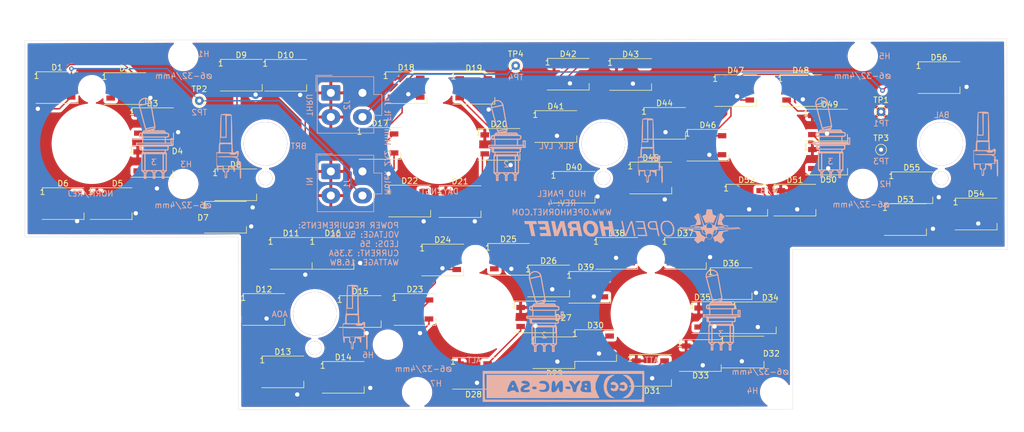
<source format=kicad_pcb>
(kicad_pcb (version 20221018) (generator pcbnew)
  (title_block (title "HUD PANEL") (date "2023-04-14") (rev "4") (company "www.openhornet.com") (comment 1 "CC-BY-NC-SA") (comment 2 "Backlighting - Type A"))
  (layers (0 "F.Cu" signal) (31 "B.Cu" signal) (34 "B.Paste" user) (35 "F.Paste" user) (36 "B.SilkS" user "B.Silkscreen") (37 "F.SilkS" user "F.Silkscreen") (38 "B.Mask" user) (39 "F.Mask" user) (44 "Edge.Cuts" user))
  (net 0 "")
  (net 1 "Net-(D1-DOUT)")
  (net 2 "Net-(D2-DOUT)")
  (net 3 "Net-(D3-DOUT)")
  (net 4 "Net-(D4-DOUT)")
  (net 5 "Net-(D5-DOUT)")
  (net 6 "Net-(D6-DOUT)")
  (net 7 "Net-(D7-DOUT)")
  (net 8 "Net-(D8-DOUT)")
  (net 9 "Net-(D10-DOUT)")
  (net 10 "Net-(D11-DOUT)")
  (net 11 "Net-(D12-DOUT)")
  (net 12 "Net-(D13-DOUT)")
  (net 13 "Net-(D14-DOUT)")
  (net 14 "Net-(D15-DOUT)")
  (net 15 "Net-(D16-DOUT)")
  (net 16 "Net-(D17-DOUT)")
  (net 17 "Net-(D19-DOUT)")
  (net 18 "Net-(D20-DOUT)")
  (net 19 "Net-(D21-DOUT)")
  (net 20 "Net-(D22-DOUT)")
  (net 21 "Net-(D23-DOUT)")
  (net 22 "Net-(D24-DOUT)")
  (net 23 "Net-(D25-DOUT)")
  (net 24 "Net-(D26-DOUT)")
  (net 25 "Net-(D28-DOUT)")
  (net 26 "Net-(D29-DOUT)")
  (net 27 "Net-(D30-DOUT)")
  (net 28 "Net-(D31-DOUT)")
  (net 29 "Net-(D32-DOUT)")
  (net 30 "Net-(D33-DOUT)")
  (net 31 "Net-(D34-DOUT)")
  (net 32 "Net-(D35-DOUT)")
  (net 33 "Net-(D37-DOUT)")
  (net 34 "Net-(D38-DOUT)")
  (net 35 "Net-(D39-DOUT)")
  (net 36 "Net-(D40-DOUT)")
  (net 37 "Net-(D41-DOUT)")
  (net 38 "Net-(D42-DOUT)")
  (net 39 "Net-(D43-DOUT)")
  (net 40 "Net-(D44-DOUT)")
  (net 41 "Net-(D46-DOUT)")
  (net 42 "Net-(D47-DOUT)")
  (net 43 "Net-(D48-DOUT)")
  (net 44 "Net-(D49-DOUT)")
  (net 45 "Net-(D50-DOUT)")
  (net 46 "Net-(D51-DOUT)")
  (net 47 "Net-(D52-DOUT)")
  (net 48 "Net-(D53-DOUT)")
  (net 49 "Net-(D55-DOUT)")
  (net 50 "+5V")
  (net 51 "GND")
  (net 52 "DATA IN")
  (net 53 "DATA OUT")
  (net 54 "/DATA1")
  (net 55 "/DATA2")
  (net 56 "/DATA3")
  (net 57 "/DATA4")
  (net 58 "/DATA5")
  (net 59 "/DATA6")
  (footprint "OH_Footprints:LED_WS2812B_PLCC4_5.0x5.0mm_P3.2mm" (layer "F.Cu") (at 73.3044 46.736)
    (fp_text reference "D1")
    (fp_text value "RGB")
  )
  (footprint "OH_Footprints:LED_WS2812B_PLCC4_5.0x5.0mm_P3.2mm" (layer "F.Cu") (at 85.09 46.9)
    (fp_text reference "D2")
    (fp_text value "RGB")
  )
  (footprint "OH_Footprints:LED_WS2812B_PLCC4_5.0x5.0mm_P3.2mm" (layer "F.Cu") (at 89.9 53)
    (fp_text reference "D3")
    (fp_text value "RGB")
  )
  (footprint "OH_Footprints:LED_WS2812B_PLCC4_5.0x5.0mm_P3.2mm" (layer "F.Cu") (at 89.789 59.563)
    (fp_text reference "D4")
    (fp_text value "RGB")
  )
  (footprint "OH_Footprints:LED_WS2812B_PLCC4_5.0x5.0mm_P3.2mm" (layer "F.Cu") (at 82.7 66.9)
    (fp_text reference "D5")
    (fp_text value "RGB")
  )
  (footprint "OH_Footprints:LED_WS2812B_PLCC4_5.0x5.0mm_P3.2mm" (layer "F.Cu") (at 74.35 66.9)
    (fp_text reference "D6")
    (fp_text value "RGB")
  )
  (footprint "OH_Footprints:LED_WS2812B_PLCC4_5.0x5.0mm_P3.2mm" (layer "F.Cu") (at 102.579 69.266)
    (fp_text reference "D7")
    (fp_text value "RGB")
  )
  (footprint "OH_Footprints:LED_WS2812B_PLCC4_5.0x5.0mm_P3.2mm" (layer "F.Cu") (at 105.32 44.5768)
    (fp_text reference "D9")
    (fp_text value "RGB")
  )
  (footprint "OH_Footprints:LED_WS2812B_PLCC4_5.0x5.0mm_P3.2mm" (layer "F.Cu") (at 113.05 44.6)
    (fp_text reference "D10")
    (fp_text value "RGB")
  )
  (footprint "OH_Footprints:LED_WS2812B_PLCC4_5.0x5.0mm_P3.2mm" (layer "F.Cu") (at 114 75.55)
    (fp_text reference "D11")
    (fp_text value "RGB")
  )
  (footprint "OH_Footprints:LED_WS2812B_PLCC4_5.0x5.0mm_P3.2mm" (layer "F.Cu") (at 109.25 85.3)
    (fp_text reference "D12")
    (fp_text value "RGB")
  )
  (footprint "OH_Footprints:LED_WS2812B_PLCC4_5.0x5.0mm_P3.2mm" (layer "F.Cu") (at 112.55 96.15)
    (fp_text reference "D13")
    (fp_text value "RGB")
  )
  (footprint "OH_Footprints:LED_WS2812B_PLCC4_5.0x5.0mm_P3.2mm" (layer "F.Cu") (at 123.05 97.1)
    (fp_text reference "D14")
    (fp_text value "RGB")
  )
  (footprint "OH_Footprints:LED_WS2812B_PLCC4_5.0x5.0mm_P3.2mm" (layer "F.Cu") (at 126 85.65)
    (fp_text reference "D15")
    (fp_text value "RGB")
  )
  (footprint "OH_Footprints:LED_WS2812B_PLCC4_5.0x5.0mm_P3.2mm" (layer "F.Cu") (at 121.25 75.55)
    (fp_text reference "D16")
    (fp_text value "RGB")
  )
  (footprint "OH_Footprints:LED_WS2812B_PLCC4_5.0x5.0mm_P3.2mm" (layer "F.Cu") (at 129.438 56.4388)
    (fp_text reference "D17")
    (fp_text value "RGB")
  )
  (footprint "OH_Footprints:LED_WS2812B_PLCC4_5.0x5.0mm_P3.2mm" (layer "F.Cu") (at 133.985 46.75)
    (fp_text reference "D18")
    (fp_text value "RGB")
  )
  (footprint "OH_Footprints:LED_WS2812B_PLCC4_5.0x5.0mm_P3.2mm" (layer "F.Cu") (at 145.75 46.85)
    (fp_text reference "D19")
    (fp_text value "RGB")
  )
  (footprint "OH_Footprints:LED_WS2812B_PLCC4_5.0x5.0mm_P3.2mm" (layer "F.Cu") (at 150.114 56.6)
    (fp_text reference "D20")
    (fp_text value "RGB")
  )
  (footprint "OH_Footprints:LED_WS2812B_PLCC4_5.0x5.0mm_P3.2mm" (layer "F.Cu") (at 143.35 66.55)
    (fp_text reference "D21")
    (fp_text value "RGB")
  )
  (footprint "OH_Footprints:LED_WS2812B_PLCC4_5.0x5.0mm_P3.2mm" (layer "F.Cu") (at 134.6 66.45)
    (fp_text reference "D22")
    (fp_text value "RGB")
  )
  (footprint "OH_Footprints:LED_WS2812B_PLCC4_5.0x5.0mm_P3.2mm" (layer "F.Cu") (at 140.335 76.7)
    (fp_text reference "D24")
    (fp_text value "RGB")
  )
  (footprint "OH_Footprints:LED_WS2812B_PLCC4_5.0x5.0mm_P3.2mm" (layer "F.Cu") (at 151.765 76.581)
    (fp_text reference "D25")
    (fp_text value "RGB")
  )
  (footprint "OH_Footprints:LED_WS2812B_PLCC4_5.0x5.0mm_P3.2mm" (layer "F.Cu") (at 158.75 80.35)
    (fp_text reference "D26")
    (fp_text value "RGB")
  )
  (footprint "OH_Footprints:LED_WS2812B_PLCC4_5.0x5.0mm_P3.2mm" (layer "F.Cu") (at 156.337 86.6)
    (fp_text reference "D27")
    (fp_text value "RGB")
  )
  (footprint "OH_Footprints:LED_WS2812B_PLCC4_5.0x5.0mm_P3.2mm" (layer "F.Cu") (at 145.7 96.4)
    (fp_text reference "D28")
    (fp_text value "RGB")
  )
  (footprint "OH_Footprints:LED_WS2812B_PLCC4_5.0x5.0mm_P3.2mm" (layer "F.Cu") (at 135.509 85.3)
    (fp_text reference "D23")
    (fp_text value "RGB")
  )
  (footprint "OH_Footprints:LED_WS2812B_PLCC4_5.0x5.0mm_P3.2mm" (layer "F.Cu") (at 159.651 92.8114)
    (fp_text reference "D29")
    (fp_text value "RGB")
  )
  (footprint "OH_Footprints:LED_WS2812B_PLCC4_5.0x5.0mm_P3.2mm" (layer "F.Cu") (at 166.9 91.567)
    (fp_text reference "D30")
    (fp_text value "RGB")
  )
  (footprint "OH_Footprints:LED_WS2812B_PLCC4_5.0x5.0mm_P3.2mm" (layer "F.Cu") (at 176.45 95.885)
    (fp_text reference "D31")
    (fp_text value "RGB")
  )
  (footprint "OH_Footprints:LED_WS2812B_PLCC4_5.0x5.0mm_P3.2mm" (layer "F.Cu") (at 185.1 93.3)
    (fp_text reference "D33")
    (fp_text value "RGB")
  )
  (footprint "OH_Footprints:LED_WS2812B_PLCC4_5.0x5.0mm_P3.2mm" (layer "F.Cu") (at 192.532 92.7)
    (fp_text reference "D32")
    (fp_text value "RGB")
  )
  (footprint "OH_Footprints:LED_WS2812B_PLCC4_5.0x5.0mm_P3.2mm" (layer "F.Cu") (at 187.288 86.7)
    (fp_text reference "D35")
    (fp_text value "RGB")
  )
  (footprint "OH_Footprints:LED_WS2812B_PLCC4_5.0x5.0mm_P3.2mm" (layer "F.Cu") (at 194.654 86.742)
    (fp_text reference "D34")
    (fp_text value "RGB")
  )
  (footprint "OH_Footprints:LED_WS2812B_PLCC4_5.0x5.0mm_P3.2mm" (layer "F.Cu") (at 190.45 80.8)
    (fp_text reference "D36")
    (fp_text value "RGB")
  )
  (footprint "OH_Footprints:LED_WS2812B_PLCC4_5.0x5.0mm_P3.2mm" (layer "F.Cu") (at 182.499 75.55)
    (fp_text reference "D37")
    (fp_text value "RGB")
  )
  (footprint "OH_Footprints:LED_WS2812B_PLCC4_5.0x5.0mm_P3.2mm" (layer "F.Cu") (at 170.561 75.55)
    (fp_text reference "D38")
    (fp_text value "RGB")
  )
  (footprint "OH_Footprints:LED_WS2812B_PLCC4_5.0x5.0mm_P3.2mm" (layer "F.Cu") (at 165.9 81.45)
    (fp_text reference "D39")
    (fp_text value "RGB")
  )
  (footprint "OH_Footprints:LED_WS2812B_PLCC4_5.0x5.0mm_P3.2mm" (layer "F.Cu") (at 163.158 64.059)
    (fp_text reference "D40")
    (fp_text value "RGB")
  )
  (footprint "OH_Footprints:LED_WS2812B_PLCC4_5.0x5.0mm_P3.2mm" (layer "F.Cu") (at 160 53.5)
    (fp_text reference "D41")
    (fp_text value "RGB")
  )
  (footprint "OH_Footprints:LED_WS2812B_PLCC4_5.0x5.0mm_P3.2mm" (layer "F.Cu") (at 162.15 44.4)
    (fp_text reference "D42")
    (fp_text value "RGB")
  )
  (footprint "OH_Footprints:LED_WS2812B_PLCC4_5.0x5.0mm_P3.2mm" (layer "F.Cu") (at 173 44.45)
    (fp_text reference "D43")
    (fp_text value "RGB")
  )
  (footprint "OH_Footprints:LED_WS2812B_PLCC4_5.0x5.0mm_P3.2mm" (layer "F.Cu") (at 178.9 52.95)
    (fp_text reference "D44")
    (fp_text value "RGB")
  )
  (footprint "OH_Footprints:LED_WS2812B_PLCC4_5.0x5.0mm_P3.2mm" (layer "F.Cu") (at 176.5 62.45)
    (fp_text reference "D45")
    (fp_text value "RGB")
  )
  (footprint "OH_Footprints:LED_WS2812B_PLCC4_5.0x5.0mm_P3.2mm" (layer "F.Cu") (at 186.436 56.75)
    (fp_text reference "D46")
    (fp_text value "RGB")
  )
  (footprint "OH_Footprints:LED_WS2812B_PLCC4_5.0x5.0mm_P3.2mm" (layer "F.Cu") (at 191.262 47.244)
    (fp_text reference "D47")
    (fp_text value "RGB")
  )
  (footprint "OH_Footprints:LED_WS2812B_PLCC4_5.0x5.0mm_P3.2mm" (layer "F.Cu") (at 202.565 47.244)
    (fp_text reference "D48")
    (fp_text value "RGB")
  )
  (footprint "OH_Footprints:LED_WS2812B_PLCC4_5.0x5.0mm_P3.2mm" (layer "F.Cu") (at 207.05 53.25)
    (fp_text reference "D49")
    (fp_text value "RGB")
  )
  (footprint "OH_Footprints:LED_WS2812B_PLCC4_5.0x5.0mm_P3.2mm" (layer "F.Cu") (at 207.05 59.15)
    (fp_text reference "D50")
    (fp_text value "RGB")
  )
  (footprint "OH_Footprints:LED_WS2812B_PLCC4_5.0x5.0mm_P3.2mm" (layer "F.Cu") (at 201.549 66.294)
    (fp_text reference "D51")
    (fp_text value "RGB")
  )
  (footprint "OH_Footprints:LED_WS2812B_PLCC4_5.0x5.0mm_P3.2mm" (layer "F.Cu") (at 193.167 66.294)
    (fp_text reference "D52")
    (fp_text value "RGB")
  )
  (footprint "OH_Footprints:LED_WS2812B_PLCC4_5.0x5.0mm_P3.2mm" (layer "F.Cu") (at 220.763 69.672)
    (fp_text reference "D53")
    (fp_text value "RGB")
  )
  (footprint "OH_Footprints:LED_WS2812B_PLCC4_5.0x5.0mm_P3.2mm" (layer "F.Cu") (at 233.045 68.707)
    (fp_text reference "D54")
    (fp_text value "RGB")
  )
  (footprint "OH_Footprints:LED_WS2812B_PLCC4_5.0x5.0mm_P3.2mm" (layer "F.Cu") (at 221.869 64.135)
    (fp_text reference "D55")
    (fp_text value "RGB")
  )
  (footprint "OH_Footprints:LED_WS2812B_PLCC4_5.0x5.0mm_P3.2mm" (layer "F.Cu") (at 226.6 45)
    (fp_text reference "D56")
    (fp_text value "RGB")
  )
  (footprint "OH_Footprints:LED_WS2812B_PLCC4_5.0x5.0mm_P3.2mm" (layer "F.Cu") (at 104.357 63.627)
    (fp_text reference "D8")
    (fp_text value "RGB")
  )
  (footprint "OH_Footprints:TestPoint_THTPad_D1.5mm_Drill0.7mm" (layer "F.Cu") (at 98.044 49.022)
    (fp_text reference "TP2")
    (fp_text value "TestPoint" hide)
  )
  (footprint "OH_Footprints:100SPX_Toggle_13mm_x_18mm" (layer "F.Cu") (at 79.375 56.4896 180)
    (fp_text reference "H10" hide)
    (fp_text value "12.7mm" hide)
  )
  (footprint "OH_Footprints:TestPoint_THTPad_D1.5mm_Drill0.7mm" (layer "F.Cu") (at 216.535 57.531)
    (fp_text reference "TP3")
    (fp_text value "TestPoint" hide)
  )
  (footprint "OH_Footprints:100SPX_Toggle_13mm_x_18mm" (layer "F.Cu") (at 196.85 56.4896 180)
    (fp_text reference "H9" hide)
    (fp_text value "12.7mm" hide)
  )
  (footprint "OH_Footprints:BR10K_Pot_11mm_x_11mm" (layer "F.Cu") (at 118.11 86.017099)
    (fp_text reference "H14" hide)
    (fp_text value "11mm" hide)
  )
  (footprint "OH_Footprints:BR10K_Pot_11mm_x_11mm" (layer "F.Cu") (at 227.012 56.4896)
    (fp_text reference "H16" hide)
    (fp_text value "11mm" hide)
  )
  (footprint "OH_Footprints:100SPX_Toggle_13mm_x_18mm" (layer "F.Cu") (at 139.7 56.4896 180)
    (fp_text reference "H8" hide)
    (fp_text value "12.7mm" hide)
  )
  (footprint "OH_Footprints:100SPX_Toggle_13mm_x_18mm" (layer "F.Cu") (at 176.53 86.017099 180)
    (fp_text reference "H12" hide)
    (fp_text value "12.7mm" hide)
  )
  (footprint "OH_Footprints:TestPoint_THTPad_D1.5mm_Drill0.7mm" (layer "F.Cu") (at 216.535 50.927)
    (fp_text reference "TP1")
    (fp_text value "TestPoint" hide)
  )
  (footprint "OH_Footprints:BR10K_Pot_11mm_x_11mm" (layer "F.Cu") (at 109.5375 56.4896)
    (fp_text reference "H13" hide)
    (fp_text value "11mm" hide)
  )
  (footprint "OH_Footprints:100SPX_Toggle_13mm_x_18mm" (layer "F.Cu") (at 146.05 86.017099 180)
    (fp_text reference "H11" hide)
    (fp_text value "12.7mm" hide)
  )
  (footprint "OH_Footprints:BR10K_Pot_11mm_x_11mm" (layer "F.Cu") (at 168.275 56.4896)
    (fp_text reference "H15" hide)
    (fp_text value "11mm" hide)
  )
  (footprint "OH_Footprints:TestPoint_THTPad_D1.5mm_Drill0.7mm" (layer "F.Cu") (at 153.035 42.926)
    (fp_text reference "TP4")
    (fp_text value "TestPoint" hide)
  )
  (footprint "OH_Footprints:Molex_Mini-Fit_Jr_5566-04A_2x02_P4.20mm_Vertical" (layer "B.Cu") (at 120.9 47.65 -90)
    (fp_text reference "J2")
    (fp_text value "Molex 2x02 Mini-Fit Jr.")
  )
  (footprint "OH_Footprints:Molex_Mini-Fit_Jr_5566-04A_2x02_P4.20mm_Vertical" (layer "B.Cu") (at 120.9 61.3 -90)
    (fp_text reference "J1")
    (fp_text value "Molex 2x02 Mini-Fit Jr.")
  )
  (footprint "OH_Footprints:100SP3_Toggle_Silkscreen" (layer "B.Cu") (at 188.214 86.741 180)
    (fp_text reference "LOGO11" hide)
    (fp_text value "LOGO" hide)
  )
  (footprint "OH_Footprints:BR10K_Pot_Silkscreen" (layer "B.Cu") (at 234.696 56.515 180)
    (fp_text reference "LOGO8" hide)
    (fp_text value "LOGO" hide)
  )
  (footprint "OH_Footprints:BR10K_Pot_Silkscreen" (layer "B.Cu") (at 176.403 57.658 180)
    (fp_text reference "LOGO6" hide)
    (fp_text value "LOGO" hide)
  )
  (footprint "OH_Footprints:BR10K_Pot_Silkscreen" (layer "B.Cu") (at 125.095 86.614 180)
    (fp_text reference "LOGO9" hide)
    (fp_text value "LOGO" hide)
  )
  (footprint "OH_Footprints:100SP3_Toggle_Silkscreen" (layer "B.Cu") (at 89.662 56.896 180)
    (fp_text reference "LOGO3" hide)
    (fp_text value "LOGO" hide)
  )
  (footprint "OH_Footprints:100SP1_Toggle_Silkscreen" (layer "B.Cu") (at 150.876 57.277 180)
    (fp_text reference "LOGO5" hide)
    (fp_text value "LOGO" hide)
  )
  (footprint "OH_Footprints:100SP3_Toggle_Silkscreen" (layer "B.Cu") (at 207.264 56.769 180)
    (fp_text reference "LOGO7" hide)
    (fp_text value "LOGO" hide)
  )
  (footprint "OH_Footprints:100SP1_Toggle_Silkscreen" (layer "B.Cu") (at 157.48 86.995 180)
    (fp_text reference "LOGO10" hide)
    (fp_text value "LOGO" hide)
  )
  (footprint "OH_Footprints:MountingHole_6-32_PHS" (layer "B.Cu") (at 213.36 41.2496 180)
    (fp_text reference "H5")
    (fp_text value "6x32 / 4mm" hide)
  )
  (footprint "OH_Footprints:MountingHole_6-32_PHS" (layer "B.Cu") (at 135.89 99.6696 180)
    (fp_text reference "H7")
    (fp_text value "6x32 / 4mm" hide)
  )
  (footprint "OH_Footprints:LOGO_CC-BY-NC-SA_Half_Large" (layer "B.Cu") (at 161.417 98.679 180)
    (fp_text reference "LOGO2" hide)
    (fp_text value "LOGO" hide)
  )
  (footprint "OH_Footprints:MountingHole_6-32_PHS" (layer "B.Cu") (at 95.25 63.4746 180)
    (fp_text reference "H3")
    (fp_text value "6x32 / 4mm" hide)
  )
  (footprint "OH_Footprints:MountingHole_6-32_PHS" (layer "B.Cu") (at 198.12 99.6696 180)
    (fp_text reference "H4")
    (fp_text value "6x32 / 4mm" hide)
  )
  (footprint "OH_Footprints:MountingHole_6-32_PHS" (layer "B.Cu") (at 95.25 41.2496 180)
    (fp_text reference "H1")
    (fp_text value "6x32 / 4mm" hide)
  )
  (footprint "OH_Footprints:LOGO_OH_Text_Small" (layer "B.Cu") (at 173.355 70.866 180)
    (fp_text reference "LOGO1" hide)
    (fp_text value "LOGO" hide)
  )
  (footprint "OH_Footprints:BR10K_Pot_Silkscreen" (layer "B.Cu") (at 103.124 56.896 180)
    (fp_text reference "LOGO9" hide)
    (fp_text value "LOGO" hide)
  )
  (footprint "OH_Footprints:MountingHole_6-32_PHS" (layer "B.Cu") (at 213.36 63.4746 180)
    (fp_text reference "H2")
    (fp_text value "6x32 / 4mm" hide)
  )
  (footprint "OH_Footprints:MountingHole_6-32_PHS" (layer "B.Cu") (at 130.81 91.4146 180)
    (fp_text reference "H6")
    (fp_text value "6x32 / 4mm" hide)
  )
  (gr_line (start 238.4044 38.2524) (end 95.1992 38.4556) (stroke (width 0.05)) (layer "Edge.Cuts"))
  (gr_line (start 95.1992 38.4556) (end 67.7164 38.5572) (stroke (width 0.05)) (layer "Edge.Cuts"))
  (gr_line (start 238.506 74.8792) (end 238.4044 38.2524) (stroke (width 0.05)) (layer "Edge.Cuts"))
  (gr_line (start 104.8004 72.6948) (end 104.8512 102.7176) (stroke (width 0.05)) (layer "Edge.Cuts"))
  (gr_line (start 67.7164 38.5572) (end 67.7164 72.6948) (stroke (width 0.05)) (layer "Edge.Cuts"))
  (gr_line (start 67.7164 72.6948) (end 96.6724 72.7456) (stroke (width 0.05)) (layer "Edge.Cuts"))
  (gr_line (start 201.168 102.6668) (end 201.168 74.8792) (stroke (width 0.05)) (layer "Edge.Cuts"))
  (gr_line (start 201.168 74.8792) (end 238.506 74.8792) (stroke (width 0.05)) (layer "Edge.Cuts"))
  (gr_line (start 104.8512 102.7176) (end 201.168 102.6668) (stroke (width 0.05)) (layer "Edge.Cuts"))
  (gr_line (start 96.6724 72.7456) (end 104.8004 72.6948) (stroke (width 0.05)) (layer "Edge.Cuts"))
  (gr_text "POWER REQUIREMENTS:\nVOLTAGE: 5V DC\nLEDS: 56\nCURRENT: 3.36A\nWATTAGE: 16.8W" (at 132.842 73.914) (layer "B.SilkS") (effects (font (size 1 1)) (justify left mirror)))
  (gr_text "IN" (at 117.15 63.05 270) (layer "B.SilkS") (effects (font (size 1 1)) (justify mirror)))
  (gr_text "ALT" (at 145.796 94.107) (layer "B.SilkS") (effects (font (size 1 1)) (justify mirror)))
  (gr_text "NORM/REJ" (at 79.121 65.151) (layer "B.SilkS") (effects (font (size 1 1)) (justify mirror)))
  (gr_text "W/B" (at 197.104 64.643) (layer "B.SilkS") (effects (font (size 1 1)) (justify mirror)))
  (gr_text "ATT" (at 176.657 94.107) (layer "B.SilkS") (effects (font (size 1 1)) (justify mirror)))
  (gr_text "THRU" (at 117.15 49.75 270) (layer "B.SilkS") (effects (font (size 1 1)) (justify mirror)))
  (gr_text "DAY/NGT" (at 139.827 64.77) (layer "B.SilkS") (effects (font (size 1 1)) (justify mirror)))
  (gr_text "BLK LVL" (at 160.147 56.896) (layer "B.SilkS") (effects (font (size 1 1)) (justify mirror)))
  (gr_text "Molex 2X2 Mini-Fit Jr." (at 130.75 56.75 270) (layer "B.SilkS") (effects (font (size 1 1)) (justify mirror)))
  (gr_text "BRT" (at 115.316 56.896) (layer "B.SilkS") (effects (font (size 1 1)) (justify mirror)))
  (gr_text "BAL" (at 227.1014 51.4858) (layer "B.SilkS") (effects (font (size 1 1)) (justify mirror)))
  (gr_text "HUD PANEL\nREV: 4\nWWW.OPENHORNET.COM" (at 161.036 66.802) (layer "B.SilkS") (effects (font (size 1 1)) (justify mirror)))
  (gr_text "AOA" (at 112.014 86.106) (layer "B.SilkS") (effects (font (size 1 1)) (justify mirror)))
  (segment (start 75.518695 42.709) (end 84.999 42.709) (width 0.25) (layer "F.Cu") (net 1))
  (segment (start 84.999 42.709) (end 87.54 45.25) (width 0.25) (layer "F.Cu") (net 1))
  (segment (start 70.8544 47.373295) (end 75.518695 42.709) (width 0.25) (layer "F.Cu") (net 1))
  (segment (start 70.8544 48.386) (end 70.8544 47.373295) (width 0.25) (layer "F.Cu") (net 1))
  (segment (start 92.35 49.678) (end 92.35 51.35) (width 0.25) (layer "F.Cu") (net 2))
  (segment (start 83.751 47.439) (end 90.111 47.439) (width 0.25) (layer "F.Cu") (net 2))
  (segment (start 82.64 48.55) (end 83.751 47.439) (width 0.25) (layer "F.Cu") (net 2))
  (segment (start 90.111 47.439) (end 92.35 49.678) (width 0.25) (layer "F.Cu") (net 2))
  (segment (start 88.976 54.65) (end 92.239 57.913) (width 0.25) (layer "F.Cu") (net 3))
  (segment (start 87.45 54.65) (end 88.976 54.65) (width 0.25) (layer "F.Cu") (net 3))
  (segment (start 87.339 61.213) (end 87.339 63.061) (width 0.25) (layer "F.Cu") (net 4))
  (segment (start 87.339 63.061) (end 85.15 65.25) (width 0.25) (layer "F.Cu") (net 4))
  (segment (start 80.25 68.55) (end 76.95 65.25) (width 0.25) (layer "F.Cu") (net 5))
  (segment (start 104.192 68.453) (end 105.029 67.616) (width 0.25) (layer "F.Cu") (net 6))
  (segment (start 98.178 71.017) (end 100.742 68.453) (width 0.25) (layer "F.Cu") (net 6))
  (segment (start 74.367 71.017) (end 98.178 71.017) (width 0.25) (layer "F.Cu") (net 6))
  (segment (start 100.742 68.453) (end 104.192 68.453) (width 0.25) (layer "F.Cu") (net 6))
  (segment (start 71.9 68.55) (end 74.367 71.017) (width 0.25) (layer "F.Cu") (net 6))
  (segment (start 108.39 68.00928) (end 108.39 64.336) (width 0.25) (layer "F.Cu") (net 7))
  (segment (start 108.39 64.336) (end 106.807 62.753) (width 0.25) (layer "F.Cu") (net 7))
  (segment (start 106.807 62.753) (end 106.807 62.053) (width 0.25) (layer "F.Cu") (net 7))
  (segment (start 100.129 70.916) (end 101.254 69.791) (width 0.25) (layer "F.Cu") (net 7))
  (segment (start 101.254 69.791) (end 106.60828 69.791) (width 0.25) (layer "F.Cu") (net 7))
  (segment (start 106.60828 69.791) (end 108.39 68.00928) (width 0.25) (layer "F.Cu") (net 7))
  (segment (start 104.589 62.671) (end 104.589 45.78272) (width 0.25) (layer "F.Cu") (net 8))
  (segment (start 104.589 45.78272) (end 107.44492 42.9268) (width 0.25) (layer "F.Cu") (net 8))
  (segment (start 101.907 65.353) (end 104.589 62.671) (width 0.25) (layer "F.Cu") (net 8))
  (segment (start 110.6 46.25) (end 116.45 52.1) (width 0.25) (layer "F.Cu") (net 9))
  (segment (start 116.45 52.1) (end 116.45 73.9) (width 0.25) (layer "F.Cu") (net 9))
  (segment (start 111.55 77.2) (end 111.55 83.5) (width 0.25) (layer "F.Cu") (net 10))
  (segment (start 106.8 86.95) (end 107.45 86.95) (width 0.25) (layer "F.Cu") (net 11))
  (segment (start 107.45 86.95) (end 115 94.5) (width 0.25) (layer "F.Cu") (net 11))
  (segment (start 111.675 96.225) (end 124.725 96.225) (width 0.25) (layer "F.Cu") (net 12))
  (segment (start 124.725 96.225) (end 125.5 95.45) (width 0.25) (layer "F.Cu") (net 12))
  (segment (start 110.1 97.8) (end 111.675 96.225) (width 0.25) (layer "F.Cu") (net 12))
  (segment (start 120.6 98.75) (end 121.375 97.975) (width 0.25) (layer "F.Cu") (net 13))
  (segment (start 121.375 97.975) (end 124.91 97.975) (width 0.25) (layer "F.Cu") (net 13))
  (segment (start 126.68172 96.20328) (end 126.68172 90.483) (width 0.25) (layer "F.Cu") (net 13))
  (segment (start 125.984 89.78528) (end 125.984 86.466) (width 0.25) (layer "F.Cu") (net 13))
  (segment (start 124.91 97.975) (end 126.68172 96.20328) (width 0.25) (layer "F.Cu") (net 13))
  (segment (start 125.984 86.466) (end 128.45 84) (width 0.25) (layer "F.Cu") (net 13))
  (segment (start 126.68172 90.483) (end 125.984 89.78528) (width 0.25) (layer "F.Cu") (net 13))
  (segment (start 123.55 87.3) (end 124.625 86.225) (width 0.25) (layer "F.Cu") (net 14))
  (segment (start 124.625 86.225) (end 124.625 79.975) (width 0.25) (layer "F.Cu") (net 14))
  (segment (start 122.555 77.905) (end 122.555 75.045) (width 0.25) (layer "F.Cu") (net 14))
  (segment (start 122.555 75.045) (end 123.7 73.9) (width 0.25) (layer "F.Cu") (net 14))
  (segment (start 124.625 79.975) (end 122.555 77.905) (width 0.25) (layer "F.Cu") (net 14))
  (segment (start 118.8 76.416) (end 129.227 65.989) (width 0.25) (layer "F.Cu") (net 15))
  (segment (start 129.227 65.989) (end 129.227 57.4498) (width 0.25) (layer "F.Cu") (net 15))
  (segment (start 118.8 77.2) (end 118.8 76.416) (width 0.25) (layer "F.Cu") (net 15))
  (segment (start 129.227 57.4498) (end 131.888 54.7888) (width 0.25) (layer "F.Cu") (net 15))
  (segment (start 135.494 45.1) (end 136.435 45.1) (width 0.25) (layer "F.Cu") (net 16))
  (segment (start 126.988 57.3888) (end 133.291 51.0858) (width 0.25) (layer "F.Cu") (net 16))
  (segment (start 133.291 51.0858) (end 133.291 47.303) (width 0.25) (layer "F.Cu") (net 16))
  (segment (start 126.988 58.0888) (end 126.988 57.3888) (width 0.25) (layer "F.Cu") (net 16))
  (segment (start 133.291 47.303) (end 135.494 45.1) (width 0.25) (layer "F.Cu") (net 16))
  (segment (start 149.75 54.95) (end 152.564 54.95) (width 0.25) (layer "F.Cu") (net 17))
  (segment (start 143.3 48.5) (end 149.75 54.95) (width 0.25) (layer "F.Cu") (net 17))
  (segment (start 147.25 58.664) (end 147.25 63.45) (width 0.25) (layer "F.Cu") (net 18))
  (segment (start 147.25 63.45) (end 145.8 64.9) (width 0.25) (layer "F.Cu") (net 18))
  (segment (start 147.664 58.25) (end 147.25 58.664) (width 0.25) (layer "F.Cu") (net 18))
  (segment (start 140.45 68.2) (end 137.05 64.8) (width 0.25) (layer "F.Cu") (net 19))
  (segment (start 134.134 87.725) (end 131.984 87.725) (width 0.25) (layer "F.Cu") (net 20))
  (segment (start 137.959 83.9) (end 134.134 87.725) (width 0.25) (layer "F.Cu") (net 20))
  (segment (start 131.953 87.694) (end 131.953 68.297) (width 0.25) (layer "F.Cu") (net 20))
  (segment (start 131.984 87.725) (end 131.953 87.694) (width 0.25) (layer "F.Cu") (net 20))
  (segment (start 141.86972 75.05) (end 142.785 75.05) (width 0.25) (layer "F.Cu") (net 21))
  (segment (start 133.059 86.7) (end 139.065 80.694) (width 0.25) (layer "F.Cu") (net 21))
  (segment (start 139.065 77.85472) (end 141.86972 75.05) (width 0.25) (layer "F.Cu") (net 21))
  (segment (start 139.065 80.694) (end 139.065 77.85472) (width 0.25) (layer "F.Cu") (net 21))
  (segment (start 137.885 78.35) (end 137.885 77.65) (width 0.25) (layer "F.Cu") (net 22))
  (segment (start 153.215099 73.931099) (end 154.215 74.931) (width 0.25) (layer "F.Cu") (net 22))
  (segment (start 141.603901 73.931099) (end 153.215099 73.931099) (width 0.25) (layer "F.Cu") (net 22))
  (segment (start 137.885 77.65) (end 141.603901 73.931099) (width 0.25) (layer "F.Cu") (net 22))
  (segment (start 149.315 78.231) (end 150.389 77.157) (width 0.25) (layer "F.Cu") (net 23))
  (segment (start 159.657 77.157) (end 161.2 78.7) (width 0.25) (layer "F.Cu") (net 23))
  (segment (start 150.389 77.157) (end 159.657 77.157) (width 0.25) (layer "F.Cu") (net 23))
  (segment (start 156.3 82.463) (end 158.787 84.95) (width 0.25) (layer "F.Cu") (net 24))
  (segment (start 156.3 82) (end 156.3 82.463) (width 0.25) (layer "F.Cu") (net 24))
  (segment (start 152.8434 96.969) (end 157.876 91.9364) (width 0.25) (layer "F.Cu") (net 25))
  (segment (start 161.326 91.9364) (end 162.101 91.1614) (width 0.25) (layer "F.Cu") (net 25))
  (segment (start 143.25 98.05) (end 144.331 96.969) (width 0.25) (layer "F.Cu") (net 25))
  (segment (start 157.876 91.9364) (end 161.326 91.9364) (width 0.25) (layer "F.Cu") (net 25))
  (segment (start 144.331 96.969) (end 152.8434 96.969) (width 0.25) (layer "F.Cu") (net 25))
  (segment (start 166.5666 92.3864) (end 169.036 89.917) (width 0.25) (layer "F.Cu") (net 26))
  (segment (start 159.276 92.3864) (end 166.5666 92.3864) (width 0.25) (layer "F.Cu") (net 26))
  (segment (start 157.201 94.4614) (end 159.276 92.3864) (width 0.25) (layer "F.Cu") (net 26))
  (segment (start 177.65 95.25) (end 178.9 94) (width 0.25) (layer "F.Cu") (net 27))
  (segment (start 164.45 93.217) (end 166.483 95.25) (width 0.25) (layer "F.Cu") (net 27))
  (segment (start 166.483 95.25) (end 177.65 95.25) (width 0.25) (layer "F.Cu") (net 27))
  (segment (start 196.088 95.094) (end 196.088 92.156) (width 0.25) (layer "F.Cu") (net 28))
  (segment (start 196.088 92.156) (end 194.982 91.05) (width 0.25) (layer "F.Cu") (net 28))
  (segment (start 195.043 96.139) (end 196.088 95.094) (width 0.25) (layer "F.Cu") (net 28))
  (segment (start 175.161 96.139) (end 195.043 96.139) (width 0.25) (layer "F.Cu") (net 28))
  (segment (start 174 97.3) (end 175.161 96.139) (width 0.25) (layer "F.Cu") (net 28))
  (segment (start 190.082 94.182) (end 187.55 91.65) (width 0.25) (layer "F.Cu") (net 29))
  (segment (start 190.082 94.35) (end 190.082 94.182) (width 0.25) (layer "F.Cu") (net 29))
  (segment (start 194.039 88.663) (end 194.039 87.861) (width 0.25) (layer "F.Cu") (net 30))
  (segment (start 194.039 87.861) (end 196.8 85.1) (width 0.25) (layer "F.Cu") (net 30))
  (segment (start 182.65 94.95) (end 182.65 94.7) (width 0.25) (layer "F.Cu") (net 30))
  (segment (start 188.069 89.281) (end 193.421 89.281) (width 0.25) (layer "F.Cu") (net 30))
  (segment (start 182.65 94.7) (end 188.069 89.281) (width 0.25) (layer "F.Cu") (net 30))
  (segment (start 193.421 89.281) (end 194.039 88.663) (width 0.25) (layer "F.Cu") (net 30))
  (segment (start 191.9 88.4) (end 191.9 87.4) (width 0.25) (layer "F.Cu") (net 31))
  (segment (start 191.9 87.4) (end 189.55 85.05) (width 0.25) (layer "F.Cu") (net 31))
  (segment (start 185.81 87.19) (end 187.257 87.19) (width 0.25) (layer "F.Cu") (net 32))
  (segment (start 188.475 85.972) (end 188.475 84.275) (width 0.25) (layer "F.Cu") (net 32))
  (segment (start 187.257 87.19) (end 188.475 85.972) (width 0.25) (layer "F.Cu") (net 32))
  (segment (start 184.65 88.35) (end 185.81 87.19) (width 0.25) (layer "F.Cu") (net 32))
  (segment (start 192.9 79.85) (end 192.9 79.15) (width 0.25) (layer "F.Cu") (net 32))
  (segment (start 188.475 84.275) (end 192.9 79.85) (width 0.25) (layer "F.Cu") (net 32))
  (segment (start 181.124 76.125) (end 181.124 73.301) (width 0.25) (layer "F.Cu") (net 33))
  (segment (start 181.124 73.301) (end 180.848 73.025) (width 0.25) (layer "F.Cu") (net 33))
  (segment (start 180.848 73.025) (end 173.886 73.025) (width 0.25) (layer "F.Cu") (net 33))
  (segment (start 180.049 77.2) (end 181.124 76.125) (width 0.25) (layer "F.Cu") (net 33))
  (segment (start 173.886 73.025) (end 173.011 73.9) (width 0.25) (layer "F.Cu") (net 33))
  (segment (start 168.111 77.2) (end 168.111 79.561) (width 0.25) (layer "F.Cu") (net 34))
  (segment (start 164.533 63.484) (end 165.608 62.409) (width 0.25) (layer "F.Cu") (net 35))
  (segment (start 164.533 82.017) (end 164.533 63.484) (width 0.25) (layer "F.Cu") (net 35))
  (segment (start 163.45 83.1) (end 164.533 82.017) (width 0.25) (layer "F.Cu") (net 35))
  (segment (start 159.131 64.132) (end 159.131 54.356) (width 0.25) (layer "F.Cu") (net 36))
  (segment (start 159.131 54.356) (end 161.637 51.85) (width 0.25) (layer "F.Cu") (net 36))
  (segment (start 161.637 51.85) (end 162.45 51.85) (width 0.25) (layer "F.Cu") (net 36))
  (segment (start 160.708 65.709) (end 159.131 64.132) (width 0.25) (layer "F.Cu") (net 36))
  (segment (start 161.384 45.55472) (end 164.18872 42.75) (width 0.25) (layer "F.Cu") (net 37))
  (segment (start 157.55 55.15) (end 157.55 54.45) (width 0.25) (layer "F.Cu") (net 37))
  (segment (start 157.55 54.45) (end 161.384 50.616) (width 0.25) (layer "F.Cu") (net 37))
  (segment (start 161.384 50.616) (end 161.384 45.55472) (width 0.25) (layer "F.Cu") (net 37))
  (segment (start 174.625 41.975) (end 175.45 42.8) (width 0.25) (layer "F.Cu") (net 38))
  (segment (start 163.525 41.975) (end 174.625 41.975) (width 0.25) (layer "F.Cu") (net 38))
  (segment (start 159.7 45.8) (end 163.525 41.975) (width 0.25) (layer "F.Cu") (net 38))
  (segment (start 174.234 49.784) (end 179.834 49.784) (width 0.25) (layer "F.Cu") (net 39))
  (segment (start 170.55 46.1) (end 174.234 49.784) (width 0.25) (layer "F.Cu") (net 39))
  (segment (start 179.834 49.784) (end 181.35 51.3) (width 0.25) (layer "F.Cu") (net 39))
  (segment (start 176.45 58.3) (end 178.95 60.8) (width 0.25) (layer "F.Cu") (net 40))
  (segment (start 176.45 54.6) (end 176.45 58.3) (width 0.25) (layer "F.Cu") (net 40))
  (segment (start 190.441 47.811) (end 192.658 45.594) (width 0.25) (layer "F.Cu") (net 41))
  (segment (start 183.986 58.15) (end 190.441 51.695) (width 0.25) (layer "F.Cu") (net 41))
  (segment (start 190.441 51.695) (end 190.441 47.811) (width 0.25) (layer "F.Cu") (net 41))
  (segment (start 192.658 45.594) (end 193.712 45.594) (width 0.25) (layer "F.Cu") (net 41))
  (segment (start 203.8246 44.4036) (end 205.015 45.594) (width 0.25) (layer "F.Cu") (net 42))
  (segment (start 188.812 48.894) (end 188.812 48.194) (width 0.25) (layer "F.Cu") (net 42))
  (segment (start 188.812 48.194) (end 192.6024 44.4036) (width 0.25) (layer "F.Cu") (net 42))
  (segment (start 192.6024 44.4036) (end 203.8246 44.4036) (width 0.25) (layer "F.Cu") (net 42))
  (segment (start 202.021 50.8) (end 208.7 50.8) (width 0.25) (layer "F.Cu") (net 43))
  (segment (start 208.7 50.8) (end 209.5 51.6) (width 0.25) (layer "F.Cu") (net 43))
  (segment (start 200.115 48.894) (end 202.021 50.8) (width 0.25) (layer "F.Cu") (net 43))
  (segment (start 207.2 57.5) (end 209.5 57.5) (width 0.25) (layer "F.Cu") (net 44))
  (segment (start 204.6 54.9) (end 207.2 57.5) (width 0.25) (layer "F.Cu") (net 44))
  (segment (start 204.6 60.8) (end 204.6 64.043) (width 0.25) (layer "F.Cu") (net 45))
  (segment (start 204.6 64.043) (end 203.999 64.644) (width 0.25) (layer "F.Cu") (net 45))
  (segment (start 198.917 67.944) (end 195.617 64.644) (width 0.25) (layer "F.Cu") (net 46))
  (segment (start 191.742 68.969) (end 222.266 68.969) (width 0.25) (layer "F.Cu") (net 47))
  (segment (start 190.717 67.944) (end 191.742 68.969) (width 0.25) (layer "F.Cu") (net 47))
  (segment (start 222.266 68.969) (end 223.213 68.022) (width 0.25) (layer "F.Cu") (net 47))
  (segment (start 230.455 72.347) (end 232.029 70.773) (width 0.25) (layer "F.Cu") (net 48))
  (segment (start 219.338 72.347) (end 230.455 72.347) (width 0.25) (layer "F.Cu") (net 48))
  (segment (start 232.029 70.773) (end 232.029 70.0405) (width 0.25) (layer "F.Cu") (net 48))
  (segment (start 232.029 70.0405) (end 235.0125 67.057) (width 0.25) (layer "F.Cu") (net 48))
  (segment (start 218.313 71.322) (end 219.338 72.347) (width 0.25) (layer "F.Cu") (net 48))
  (segment (start 225.806 46.594) (end 229.05 43.35) (width 0.25) (layer "F.Cu") (net 49))
  (segment (start 225.806 47.244) (end 225.806 46.594) (width 0.25) (layer "F.Cu") (net 49))
  (segment (start 222.616624 62.587376) (end 222.616624 54.668975) (width 0.25) (layer "F.Cu") (net 49))
  (segment (start 222.616624 54.668975) (end 225.225 52.060599) (width 0.25) (layer "F.Cu") (net 49))
  (segment (start 219.419 65.785) (end 222.616624 62.587376) (width 0.25) (layer "F.Cu") (net 49))
  (segment (start 225.225 47.825) (end 225.806 47.244) (width 0.25) (layer "F.Cu") (net 49))
  (segment (start 225.225 52.060599) (end 225.225 47.825) (width 0.25) (layer "F.Cu") (net 49))
  (segment (start 137.959 87.847) (end 136.398 89.408) (width 0.25) (layer "F.Cu") (net 51))
  (segment (start 193.655 67.944) (end 193.605 67.894) (width 0.25) (layer "F.Cu") (net 51))
  (segment (start 186.71 58.4) (end 186.69 58.42) (width 0.25) (layer "F.Cu") (net 51))
  (segment (start 145.8 69.854) (end 145.923 69.977) (width 0.25) (layer "F.Cu") (net 51))
  (segment (start 185.817 77.2) (end 186.817 76.2) (width 0.25) (layer "F.Cu") (net 51))
  (segment (start 115.5 46.25) (end 115.5 47.936) (width 0.25) (layer "F.Cu") (net 51))
  (segment (start 128.45 87.3) (end 128.45 88.085) (width 0.25) (layer "F.Cu") (net 51))
  (segment (start 105.029 70.916) (end 107.011 70.916) (width 0.25) (layer "F.Cu") (net 51))
  (segment (start 196.8 88.4) (end 195.164 88.4) (width 0.25) (layer "F.Cu") (net 51))
  (segment (start 92.239 62.701) (end 90.678 64.262) (width 0.25) (layer "F.Cu") (net 51))
  (segment (start 111.7 86.95) (end 109.81 86.95) (width 0.25) (layer "F.Cu") (net 51))
  (segment (start 123.7 77.2) (end 125.968 77.2) (width 0.25) (layer "F.Cu") (net 51))
  (segment (start 89.499 48.55) (end 89.535 48.514) (width 0.25) (layer "F.Cu") (net 51))
  (segment (start 171.349 77.2) (end 170.476 76.327) (width 0.25) (layer "F.Cu") (net 51))
  (segment (start 152.274 78.231) (end 152.273 78.232) (width 0.25) (layer "F.Cu") (net 51))
  (segment (start 165.608 65.709) (end 167.209 65.709) (width 0.25) (layer "F.Cu") (net 51))
  (segment (start 187.55 94.95) (end 185.593 94.95) (width 0.25) (layer "F.Cu") (net 51))
  (segment (start 146.304 98.044) (end 148.144 98.044) (width 0.25) (layer "F.Cu") (net 51))
  (segment (start 207.3 54.9) (end 207.137 54.737) (width 0.25) (layer "F.Cu") (net 51))
  (segment (start 131.888 60.771) (end 131.888 58.0888) (width 0.25) (layer "F.Cu") (net 51))
  (segment (start 184.949 77.2) (end 185.817 77.2) (width 0.25) (layer "F.Cu") (net 51))
  (segment (start 76.8 69.942) (end 76.8 68.55) (width 0.25) (layer "F.Cu") (net 51))
  (segment (start 173.011 77.2) (end 171.349 77.2) (width 0.25) (layer "F.Cu") (net 51))
  (segment (start 160.239713 55.15) (end 162.45 55.15) (width 0.25) (layer "F.Cu") (net 51))
  (segment (start 203.039 48.894) (end 202.934 48.789) (width 0.25) (layer "F.Cu") (net 51))
  (segment (start 137.959 86.95) (end 137.959 87.847) (width 0.25) (layer "F.Cu") (net 51))
  (segment (start 194.795 82.4) (end 192.95 82.4) (width 0.25) (layer "F.Cu") (net 51))
  (segment (start 128.45 88.085) (end 127.127 89.408) (width 0.25) (layer "F.Cu") (net 51))
  (segment (start 148.2 50.41) (end 148.336 50.546) (width 0.25) (layer "F.Cu") (net 51))
  (segment (start 152.15 58.25) (end 152.15 60.194) (width 0.25) (layer "F.Cu") (net 51))
  (segment (start 178.95 64.1) (end 178.95 66.16) (width 0.25) (layer "F.Cu") (net 51))
  (segment (start 148.2 48.5) (end 148.2 50.41) (width 0.25) (layer "F.Cu") (net 51))
  (segment (start 178.9 97.3) (end 176.802 97.3) (width 0.25) (layer "F.Cu") (net 51))
  (segment (start 164.6 46.05) (end 162.509 46.05) (width 0.25) (layer "F.Cu") (net 51))
  (segment (start 160.3744 94.4614) (end 160.274 94.361) (width 0.25) (layer "F.Cu") (net 51))
  (segment (start 75.7544 48.386) (end 73.7214 50.419) (width 0.25) (layer "F.Cu") (net 51))
  (segment (start 202.008 67.944) (end 201.958 67.894) (width 0.25) (layer "F.Cu") (net 51))
  (segment (start 116.45 79.239) (end 116.459 79.248) (width 0.25) (layer "F.Cu") (net 51))
  (segment (start 226.568 65.786) (end 224.32 65.786) (width 0.25) (layer "F.Cu") (net 51))
  (segment (start 92.35 54.65) (end 94.194 54.65) (width 0.25) (layer "F.Cu") (net 51))
  (segment (start 154.215 78.231) (end 152.274 78.231) (width 0.25) (layer "F.Cu") (net 51))
  (segment (start 134.887 48.4) (end 134.366 47.879) (width 0.25) (layer "F.Cu") (net 51))
  (segment (start 209.5 60.8) (end 207.397 60.8) (width 0.25) (layer "F.Cu") (net 51))
  (segment (start 156.576 88.25) (end 156.464 88.138) (width 0.25) (layer "F.Cu") (net 51))
  (segment (start 86.965 68.55) (end 86.995 68.58) (width 0.25) (layer "F.Cu") (net 51))
  (segment (start 109.81 86.95) (end 109.728 86.868) (width 0.25) (layer "F.Cu") (net 51))
  (segment (start 194.5 94.35) (end 192.389 94.35) (width 0.25) (layer "F.Cu") (net 51))
  (segment (start 137.05 68.1) (end 137.05 69.96) (width 0.25) (layer "F.Cu") (net 51))
  (segment (start 176.802 97.3) (end 176.752 97.25) (width 0.25) (layer "F.Cu") (net 51))
  (segment (start 195.164 88.4) (end 195.114 88.35) (width 0.25) (layer "F.Cu") (net 51))
  (segment (start 159.597 82) (end 159.385 81.788) (width 0.25) (layer "F.Cu") (net 51))
  (segment (start 160.2055 55.115787) (end 160.239713 55.15) (width 0.25) (layer "F.Cu") (net 51))
  (segment (start 116.45 77.2) (end 116.45 79.239) (width 0.25) (layer "F.Cu") (net 51))
  (segment (start 140.300397 78.138897) (end 140.5115 78.35) (width 0.25) (layer "F.Cu") (net 51))
  (segment (start 166.666 83.1) (end 166.616 83.05) (width 0.25) (layer "F.Cu") (net 51))
  (segment (start 145.8 68.2) (end 145.8 69.854) (width 0.25) (layer "F.Cu") (net 51))
  (segment (start 115 97.8) (end 115 100.014) (width 0.25) (layer "F.Cu") (net 51))
  (segment (start 115.5 47.936) (end 115.57 48.006) (width 0.25) (layer "F.Cu") (net 51))
  (segment (start 125.968 77.2) (end 125.984 77.216) (width 0.25) (layer "F.Cu") (net 51))
  (segment (start 106.807 65.353) (end 106.807 67.056) (width 0.25) (layer "F.Cu") (net 51))
  (segment (start 185.593 94.95) (end 185.547 94.996) (width 0.25) (layer "F.Cu") (net 51))
  (segment (start 235.495 70.357) (end 233.427 70.357) (width 0.25) (layer "F.Cu") (net 51))
  (segment (start 107.77 47.8945) (end 107.823 47.9475) (width 0.25) (layer "F.Cu") (net 51))
  (segment (start 94.194 54.65) (end 94.361 54.483) (width 0.25) (layer "F.Cu") (net 51))
  (segment (start 85.15 68.55) (end 86.965 68.55) (width 0.25) (layer "F.Cu") (net 51))
  (segment (start 167.766 93.217) (end 167.513 92.964) (width 0.25) (layer "F.Cu") (net 51))
  (segment (start 179.07 54.483) (end 181.233 54.483) (width 0.25) (layer "F.Cu") (net 51))
  (segment (start 169.35 93.217) (end 167.766 93.217) (width 0.25) (layer "F.Cu") (net 51))
  (segment (start 73.7214 50.419) (end 69.977 50.419) (width 0.25) (layer "F.Cu") (net 51))
  (segment (start 167.209 65.709) (end 167.259 65.659) (width 0.25) (layer "F.Cu") (net 51))
  (segment (start 136.435 48.4) (end 134.887 48.4) (width 0.25) (layer "F.Cu") (net 51))
  (segment (start 207.397 60.8) (end 207.347 60.75) (width 0.25) (layer "F.Cu") (net 51))
  (segment (start 162.509 46.05) (end 162.459 46) (width 0.25) (layer "F.Cu") (net 51))
  (segment (start 173.456 46.1) (end 173.406 46.05) (width 0.25) (layer "F.Cu") (net 51))
  (segment (start 106.807 67.056) (end 107.315 67.564) (width 0.25) (layer "F.Cu") (net 51))
  (segment (start 175.45 46.1) (end 173.456 46.1) (width 0.25) (layer "F.Cu") (net 51))
  (segment (start 137.05 69.96) (end 137.033 69.977) (width 0.25) (layer "F.Cu") (net 51))
  (segment (start 107.011 70.916) (end 107.061 70.866) (width 0.25) (layer "F.Cu") (net 51))
  (segment (start 178.95 66.16) (end 178.943 66.167) (width 0.25) (layer "F.Cu") (net 51))
  (segment (start 229.05 46.65) (end 231.353 46.65) (width 0.25) (layer "F.Cu") (net 51))
  (segment (start 162.101 94.4614) (end 160.3744 94.4614) (width 0.25) (layer "F.Cu") (net 51))
  (segment (start 168.35 83.1) (end 166.666 83.1) (width 0.25) (layer "F.Cu") (net 51))
  (segment (start 92.239 61.213) (end 92.239 62.701) (width 0.25) (layer "F.Cu") (net 51))
  (segment (start 187.664 88.35) (end 187.579 88.265) (width 0.25) (layer "F.Cu") (net 51))
  (segment (start 192.15 48.894) (end 191.516 48.26) (width 0.25) (layer "F.Cu") (net 51))
  (segment (start 127.579 98.75) (end 127.762 98.933) (width 0.25) (layer "F.Cu") (net 51))
  (segment (start 225.502 71.322) (end 225.552 71.272) (width 0.25) (layer "F.Cu") (net 51))
  (segment (start 125.5 98.75) (end 127.579 98.75) (width 0.25) (layer "F.Cu") (net 51))
  (segment (start 107.77 46.2268) (end 107.77 47.8945) (width 0.25) (layer "F.Cu") (net 51))
  (segment (start 223.213 71.322) (end 225.502 71.322) (width 0.25) (layer "F.Cu") (net 51))
  (segment (start 152.15 60.194) (end 152.146 60.198) (width 0.25) (layer "F.Cu") (net 51))
  (segment (start 130.937 61.722) (end 131.888 60.771) (width 0.25) (layer "F.Cu") (net 51))
  (segment (start 192.389 94.35) (end 192.339 94.3) (width 0.25) (layer "F.Cu") (net 51))
  (segment (start 188.886 58.4) (end 186.71 58.4) (width 0.25) (layer "F.Cu") (net 51))
  (segment (start 87.54 48.55) (end 89.499 48.55) (width 0.25) (layer "F.Cu") (net 51))
  (segment (start 189.55 88.35) (end 187.664 88.35) (width 0.25) (layer "F.Cu") (net 51))
  (segment (start 231.353 46.65) (end 231.394 46.609) (width 0.25) (layer "F.Cu") (net 51))
  (segment (start 161.2 82) (end 159.597 82) (width 0.25) (layer "F.Cu") (net 51))
  (segment (start 115 100.014) (end 115.062 100.076) (width 0.25) (layer "F.Cu") (net 51))
  (segment (start 193.712 48.894) (end 192.15 48.894) (width 0.25) (layer "F.Cu") (net 51))
  (segment (start 158.787 88.25) (end 156.576 88.25) (width 0.25) (layer "F.Cu") (net 51))
  (segment (start 209.5 54.9) (end 207.3 54.9) (width 0.25) (layer "F.Cu") (net 51))
  (segment (start 195.617 67.944) (end 193.655 67.944) (width 0.25) (layer "F.Cu") (net 51))
  (segment (start 205.015 48.894) (end 203.039 48.894) (width 0.25) (layer "F.Cu") (net 51))
  (segment (start 203.999 67.944) (end 202.008 67.944) (width 0.25) (layer "F.Cu") (net 51))
  (segment (start 140.5115 78.35) (end 142.785 78.35) (width 0.25) (layer "F.Cu") (net 51))
  (segment (start 233.427 70.357) (end 233.426 70.358) (width 0.25) (layer "F.Cu") (net 51))
  (via (at 130.937 61.722) (size 1.5) (drill 0.75) (layers "F.Cu" "B.Cu") (net 51))
  (via (at 186.69 58.42) (size 1.5) (drill 0.75) (layers "F.Cu" "B.Cu") (net 51))
  (via (at 145.923 69.977) (size 1.5) (drill 0.75) (layers "F.Cu" "B.Cu") (net 51))
  (via (at 152.273 78.232) (size 1.5) (drill 0.75) (layers "F.Cu" "B.Cu") (net 51))
  (via (at 89.535 48.514) (size 1.5) (drill 0.75) (layers "F.Cu" "B.Cu") (net 51))
  (via (at 201.958 67.894) (size 1.5) (drill 0.75) (layers "F.Cu" "B.Cu") (net 51))
  (via (at 107.823 47.9475) (size 1.5) (drill 0.75) (layers "F.Cu" "B.Cu") (net 51))
  (via (at 186.817 76.2) (size 1.5) (drill 0.75) (layers "F.Cu" "B.Cu") (net 51))
  (via (at 148.336 50.546) (size 1.5) (drill 0.75) (layers "F.Cu" "B.Cu") (net 51))
  (via (at 162.459 46) (size 1.5) (drill 0.75) (layers "F.Cu" "B.Cu") (net 51))
  (via (at 179.07 54.483) (size 1.5) (drill 0.75) (layers "F.Cu" "B.Cu") (net 51))
  (via (at 176.752 97.25) (size 1.5) (drill 0.75) (layers "F.Cu" "B.Cu") (net 51))
  (via (at 193.605 67.894) (size 1.5) (drill 0.75) (layers "F.Cu" "B.Cu") (net 51))
  (via (at 76.8 69.942) (size 1.5) (drill 0.75) (layers "F.Cu" "B.Cu") (net 51))
  (via (at 233.426 70.358) (size 1.5) (drill 0.75) (layers "F.Cu" "B.Cu") (net 51))
  (via (at 136.398 89.408) (size 1.5) (drill 0.75) (layers "F.Cu" "B.Cu") (net 51))
  (via (at 231.394 46.609) (size 1.5) (drill 0.75) (layers "F.Cu" "B.Cu") (net 51))
  (via (at 152.146 60.198) (size 1.5) (drill 0.75) (layers "F.Cu" "B.Cu") (net 51))
  (via (at 167.259 65.659) (size 1.5) (drill 0.75) (layers "F.Cu" "B.Cu") (net 51))
  (via (at 166.616 83.05) (size 1.5) (drill 0.75) (layers "F.Cu" "B.Cu") (net 51))
  (via (at 202.934 48.789) (size 1.5) (drill 0.75) (layers "F.Cu" "B.Cu") (net 51))
  (via (at 207.347 60.75) (size 1.5) (drill 0.75) (layers "F.Cu" "B.Cu") (net 51))
  (via (at 127.127 89.408) (size 1.5) (drill 0.75) (layers "F.Cu" "B.Cu") (net 51))
  (via (at 192.339 94.3) (size 1.5) (drill 0.75) (layers "F.Cu" "B.Cu") (net 51))
  (via (at 90.678 64.262) (size 1.5) (drill 0.75) (layers "F.Cu" "B.Cu") (net 51))
  (via (at 125.984 77.216) (size 1.5) (drill 0.75) (layers "F.Cu" "B.Cu") (net 51))
  (via (at 187.579 88.265) (size 1.5) (drill 0.75) (layers "F.Cu" "B.Cu") (net 51))
  (via (at 156.464 88.138) (size 1.5) (drill 0.75) (layers "F.Cu" "B.Cu") (net 51))
  (via (at 178.943 66.167) (size 1.5) (drill 0.75) (layers "F.Cu" "B.Cu") (net 51))
  (via (at 107.061 70.866) (size 1.5) (drill 0.75) (layers "F.Cu" "B.Cu") (net 51))
  (via (at 134.366 47.879) (size 1.5) (drill 0.75) (layers "F.Cu" "B.Cu") (net 51))
  (via (at 167.513 92.964) (size 1.5) (drill 0.75) (layers "F.Cu" "B.Cu") (net 51))
  (via (at 225.552 71.272) (size 1.5) (drill 0.75) (layers "F.Cu" "B.Cu") (net 51))
  (via (at 170.476 76.327) (size 1.5) (drill 0.75) (layers "F.Cu" "B.Cu") (net 51))
  (via (at 160.2055 55.115787) (size 1.5) (drill 0.75) (layers "F.Cu" "B.Cu") (net 51))
  (via (at 207.137 54.737) (size 1.5) (drill 0.75) (layers "F.Cu" "B.Cu") (net 51))
  (via (at 115.062 100.076) (size 1.5) (drill 0.75) (layers "F.Cu" "B.Cu") (net 51))
  (via (at 116.459 79.248) (size 1.5) (drill 0.75) (layers "F.Cu" "B.Cu") (net 51))
  (via (at 146.304 98.044) (size 1.5) (drill 0.75) (layers "F.Cu" "B.Cu") (net 51))
  (via (at 127.762 98.933) (size 1.5) (drill 0.75) (layers "F.Cu" "B.Cu") (net 51))
  (via (at 191.516 48.26) (size 1.5) (drill 0.75) (layers "F.Cu" "B.Cu") (net 51))
  (via (at 107.315 67.564) (size 1.5) (drill 0.75) (layers "F.Cu" "B.Cu") (net 51))
  (via (at 173.406 46.05) (size 1.5) (drill 0.75) (layers "F.Cu" "B.Cu") (net 51))
  (via (at 159.385 81.788) (size 1.5) (drill 0.75) (layers "F.Cu" "B.Cu") (net 51))
  (via (at 86.995 68.58) (size 1.5) (drill 0.75) (layers "F.Cu" "B.Cu") (net 51))
  (via (at 109.728 86.868) (size 1.5) (drill 0.75) (layers "F.Cu" "B.Cu") (net 51))
  (via (at 194.795 82.4) (size 1.5) (drill 0.75) (layers "F.Cu" "B.Cu") (net 51))
  (via (at 185.547 94.996) (size 1.5) (drill 0.75) (layers "F.Cu" "B.Cu") (net 51))
  (via (at 195.114 88.35) (size 1.5) (drill 0.75) (layers "F.Cu" "B.Cu") (net 51))
  (via (at 94.361 54.483) (size 1.5) (drill 0.75) (layers "F.Cu" "B.Cu") (net 51))
  (via (at 137.033 69.977) (size 1.5) (drill 0.75) (layers "F.Cu" "B.Cu") (net 51))
  (via (at 140.300397 78.138897) (size 1.5) (drill 0.75) (layers "F.Cu" "B.Cu") (net 51))
  (via (at 160.274 94.361) (size 1.5) (drill 0.75) (layers "F.Cu" "B.Cu") (net 51))
  (via (at 69.977 50.419) (size 1.5) (drill 0.75) (layers "F.Cu" "B.Cu") (net 51))
  (via (at 115.57 48.006) (size 1.5) (drill 0.75) (layers "F.Cu" "B.Cu") (net 51))
  (via (at 226.568 65.786) (size 1.5) (drill 0.75) (layers "F.Cu" "B.Cu") (net 51))
  (segment (start 75.819 43.434) (end 75.819 45.0214) (width 0.25) (layer "F.Cu") (net 52))
  (via (at 75.819 43.434) (size 0.8) (drill 0.4) (layers "F.Cu" "B.Cu") (net 52))
  (segment (start 124.425 61.511828) (end 111.935172 49.022) (width 0.25) (layer "B.Cu") (net 52))
  (segment (start 124.425 63.525) (end 124.425 61.511828) (width 0.25) (layer "B.Cu") (net 52))
  (segment (start 111.935172 49.022) (end 98.044 49.022) (width 0.25) (layer "B.Cu") (net 52))
  (segment (start 92.456 43.434) (end 75.819 43.434) (width 0.25) (layer "B.Cu") (net 52))
  (segment (start 98.044 49.022) (end 92.456 43.434) (width 0.25) (layer "B.Cu") (net 52))
  (segment (start 126.4 65.5) (end 124.425 63.525) (width 0.25) (layer "B.Cu") (net 52))
  (segment (start 224.15 46.65) (end 217.383 46.65) (width 0.25) (layer "F.Cu") (net 53))
  (segment (start 217.383 46.65) (end 216.789 47.244) (width 0.25) (layer "F.Cu") (net 53))
  (via (at 216.789 47.244) (size 0.8) (drill 0.4) (layers "F.Cu" "B.Cu") (net 53))
  (segment (start 151.5574 44.4036) (end 153.035 42.926) (width 0.25) (layer "B.Cu") (net 53))
  (segment (start 213.5696 44.0246) (end 216.789 47.244) (width 0.25) (layer "B.Cu") (net 53))
  (segment (start 133.8464 44.4036) (end 151.5574 44.4036) (width 0.25) (layer "B.Cu") (net 53))
  (segment (start 153.035 42.926) (end 154.1336 44.0246) (width 0.25) (layer "B.Cu") (net 53))
  (segment (start 126.4 51.85) (end 133.8464 44.4036) (width 0.25) (layer "B.Cu") (net 53))
  (segment (start 154.1336 44.0246) (end 213.5696 44.0246) (width 0.25) (layer "B.Cu") (net 53))
  (segment (start 106.695 42.1518) (end 114.7018 42.1518) (width 0.25) (layer "F.Cu") (net 54))
  (segment (start 114.7018 42.1518) (end 115.5 42.95) (width 0.25) (layer "F.Cu") (net 54))
  (segment (start 102.87 45.9768) (end 106.695 42.1518) (width 0.25) (layer "F.Cu") (net 54))
  (segment (start 131.535 48.15) (end 135.36 44.325) (width 0.25) (layer "F.Cu") (net 55))
  (segment (start 135.36 44.325) (end 147.325 44.325) (width 0.25) (layer "F.Cu") (net 55))
  (segment (start 147.325 44.325) (end 148.2 45.2) (width 0.25) (layer "F.Cu") (net 55))
  (segment (start 153.887 89.013) (end 148.15 94.75) (width 0.25) (layer "F.Cu") (net 56))
  (segment (start 153.887 88.25) (end 153.887 89.013) (width 0.25) (layer "F.Cu") (net 56))
  (segment (start 188 82.45) (end 189.075 81.375) (width 0.25) (layer "F.Cu") (net 57))
  (segment (start 186.041 73.9) (end 184.949 73.9) (width 0.25) (layer "F.Cu") (net 57))
  (segment (start 189.075 76.934) (end 186.041 73.9) (width 0.25) (layer "F.Cu") (net 57))
  (segment (start 189.075 81.375) (end 189.075 76.934) (width 0.25) (layer "F.Cu") (net 57))
  (segment (start 174.05 64.1) (end 174.825 63.325) (width 0.25) (layer "F.Cu") (net 58))
  (segment (start 187.98172 55.1) (end 188.886 55.1) (width 0.25) (layer "F.Cu") (net 58))
  (segment (start 185.177 57.90472) (end 187.98172 55.1) (width 0.25) (layer "F.Cu") (net 58))
  (segment (start 185.177 58.917) (end 185.177 57.90472) (width 0.25) (layer "F.Cu") (net 58))
  (segment (start 174.825 63.325) (end 180.769 63.325) (width 0.25) (layer "F.Cu") (net 58))
  (segment (start 180.769 63.325) (end 185.177 58.917) (width 0.25) (layer "F.Cu") (net 58))
  (segment (start 226.139225 64.305225) (end 224.319 62.485) (width 0.25) (layer "F.Cu") (net 59))
  (segment (start 229.52 67.130225) (end 226.695 64.305225) (width 0.25) (layer "F.Cu") (net 59))
  (segment (start 226.695 64.305225) (end 226.139225 64.305225) (width 0.25) (layer "F.Cu") (net 59))
  (segment (start 230.595 70.357) (end 229.52 69.282) (width 0.25) (layer "F.Cu") (net 59))
  (segment (start 229.52 69.282) (end 229.52 67.130225) (width 0.25) (layer "F.Cu") (net 59))
  (zone (net 50) (net_name "+5V") (layer "F.Cu") (connect_pads (clearance 0.508)) (min_thickness 0.254) (fill yes (thermal_gap 0.508) (thermal_bridge_width 0.508))
    (polygon (pts (xy 239.65 75.95) (xy 202.7 76.6) (xy 202.6 103.4) (xy 104.4 103.9) (xy 103.7 74.1) (xy 66.75 73.6) (xy 67.55 38.3) (xy 239 37.8)))
  )
  (zone (net 51) (net_name "GND") (layer "B.Cu") (connect_pads yes (clearance 0.508)) (min_thickness 0.254) (fill yes (thermal_gap 0.508) (thermal_bridge_width 0.508))
    (polygon (pts (xy 239.4 38.1) (xy 239.85 76.9) (xy 201.25 77.35) (xy 202.3 104.95) (xy 102.65 105.15) (xy 102.15 74.2) (xy 67.5 74.1) (xy 66.65 37.8)))
  )
)
</source>
